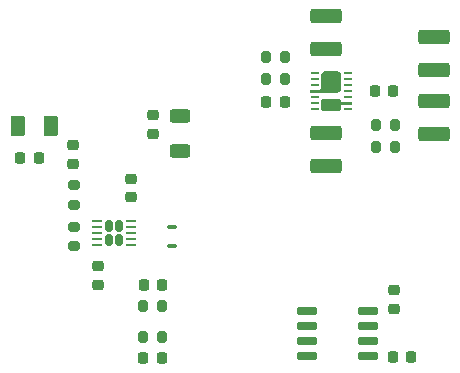
<source format=gbr>
G04 #@! TF.GenerationSoftware,KiCad,Pcbnew,(6.0.5)*
G04 #@! TF.CreationDate,2022-06-03T12:50:17+02:00*
G04 #@! TF.ProjectId,PDH_photodiode,5044485f-7068-46f7-946f-64696f64652e,1.3*
G04 #@! TF.SameCoordinates,Original*
G04 #@! TF.FileFunction,Paste,Top*
G04 #@! TF.FilePolarity,Positive*
%FSLAX45Y45*%
G04 Gerber Fmt 4.5, Leading zero omitted, Abs format (unit mm)*
G04 Created by KiCad (PCBNEW (6.0.5)) date 2022-06-03 12:50:17*
%MOMM*%
%LPD*%
G01*
G04 APERTURE LIST*
G04 Aperture macros list*
%AMRoundRect*
0 Rectangle with rounded corners*
0 $1 Rounding radius*
0 $2 $3 $4 $5 $6 $7 $8 $9 X,Y pos of 4 corners*
0 Add a 4 corners polygon primitive as box body*
4,1,4,$2,$3,$4,$5,$6,$7,$8,$9,$2,$3,0*
0 Add four circle primitives for the rounded corners*
1,1,$1+$1,$2,$3*
1,1,$1+$1,$4,$5*
1,1,$1+$1,$6,$7*
1,1,$1+$1,$8,$9*
0 Add four rect primitives between the rounded corners*
20,1,$1+$1,$2,$3,$4,$5,0*
20,1,$1+$1,$4,$5,$6,$7,0*
20,1,$1+$1,$6,$7,$8,$9,0*
20,1,$1+$1,$8,$9,$2,$3,0*%
%AMFreePoly0*
4,1,38,0.670671,0.870970,0.751777,0.816777,0.805970,0.735671,0.825000,0.640000,0.825000,-0.640000,0.805970,-0.735671,0.751777,-0.816777,0.670671,-0.870970,0.575000,-0.890000,-0.780000,-0.890000,-0.880000,-0.915000,-1.750000,-0.915000,-1.750000,-0.665000,-1.075500,-0.665000,-1.075436,-0.664844,-1.075387,-0.664683,-1.075364,-0.664671,-1.075354,-0.664646,-1.075199,-0.664582,-1.075050,-0.664502,
-1.025101,-0.659508,-0.977199,-0.644539,-0.935281,-0.621584,-0.897355,-0.590644,-0.866421,-0.551727,-0.844465,-0.510809,-0.830492,-0.463901,-0.825497,-0.414950,-0.825420,-0.414807,-0.825354,-0.414646,-0.825329,-0.414636,-0.825316,-0.414612,-0.825157,-0.414565,-0.825000,-0.414500,-0.825000,0.640000,-0.575000,0.890000,0.575000,0.890000,0.670671,0.870970,0.670671,0.870970,$1*%
%AMFreePoly1*
4,1,25,0.670671,0.515970,0.751777,0.461777,0.805970,0.380671,0.825000,0.285000,0.825000,0.270000,1.750000,0.270000,1.750000,0.020000,0.825000,0.020000,0.825000,-0.285000,0.805970,-0.380671,0.751777,-0.461777,0.670671,-0.515970,0.575000,-0.535000,-0.575000,-0.535000,-0.670671,-0.515970,-0.751777,-0.461777,-0.805970,-0.380671,-0.825000,-0.285000,-0.825000,0.285000,-0.805970,0.380671,
-0.751777,0.461777,-0.670671,0.515970,-0.575000,0.535000,0.575000,0.535000,0.670671,0.515970,0.670671,0.515970,$1*%
G04 Aperture macros list end*
%ADD10RoundRect,0.250000X1.075000X-0.375000X1.075000X0.375000X-1.075000X0.375000X-1.075000X-0.375000X0*%
%ADD11RoundRect,0.218750X-0.218750X-0.256250X0.218750X-0.256250X0.218750X0.256250X-0.218750X0.256250X0*%
%ADD12RoundRect,0.218750X-0.256250X0.218750X-0.256250X-0.218750X0.256250X-0.218750X0.256250X0.218750X0*%
%ADD13RoundRect,0.218750X0.256250X-0.218750X0.256250X0.218750X-0.256250X0.218750X-0.256250X-0.218750X0*%
%ADD14RoundRect,0.250000X-1.075000X0.375000X-1.075000X-0.375000X1.075000X-0.375000X1.075000X0.375000X0*%
%ADD15R,0.700000X0.250000*%
%ADD16FreePoly0,0.000000*%
%ADD17FreePoly1,0.000000*%
%ADD18RoundRect,0.250000X-0.375000X-0.625000X0.375000X-0.625000X0.375000X0.625000X-0.375000X0.625000X0*%
%ADD19RoundRect,0.225000X-0.225000X-0.250000X0.225000X-0.250000X0.225000X0.250000X-0.225000X0.250000X0*%
%ADD20RoundRect,0.225000X-0.250000X0.225000X-0.250000X-0.225000X0.250000X-0.225000X0.250000X0.225000X0*%
%ADD21RoundRect,0.200000X-0.200000X-0.275000X0.200000X-0.275000X0.200000X0.275000X-0.200000X0.275000X0*%
%ADD22RoundRect,0.200000X0.200000X0.275000X-0.200000X0.275000X-0.200000X-0.275000X0.200000X-0.275000X0*%
%ADD23RoundRect,0.200000X-0.275000X0.200000X-0.275000X-0.200000X0.275000X-0.200000X0.275000X0.200000X0*%
%ADD24RoundRect,0.249998X-0.625002X0.312502X-0.625002X-0.312502X0.625002X-0.312502X0.625002X0.312502X0*%
%ADD25RoundRect,0.167500X0.167500X0.312500X-0.167500X0.312500X-0.167500X-0.312500X0.167500X-0.312500X0*%
%ADD26RoundRect,0.062500X0.362500X0.062500X-0.362500X0.062500X-0.362500X-0.062500X0.362500X-0.062500X0*%
%ADD27RoundRect,0.225000X0.225000X0.250000X-0.225000X0.250000X-0.225000X-0.250000X0.225000X-0.250000X0*%
%ADD28RoundRect,0.100000X0.300000X-0.100000X0.300000X0.100000X-0.300000X0.100000X-0.300000X-0.100000X0*%
%ADD29RoundRect,0.150000X-0.725000X-0.150000X0.725000X-0.150000X0.725000X0.150000X-0.725000X0.150000X0*%
%ADD30RoundRect,0.225000X0.250000X-0.225000X0.250000X0.225000X-0.250000X0.225000X-0.250000X-0.225000X0*%
G04 APERTURE END LIST*
D10*
X13830000Y-6370000D03*
X13830000Y-6090000D03*
X13830000Y-7360000D03*
X13830000Y-7080000D03*
D11*
X12286250Y-8988400D03*
X12443750Y-8988400D03*
D12*
X12185000Y-7466250D03*
X12185000Y-7623750D03*
D13*
X11900000Y-8363750D03*
X11900000Y-8206250D03*
D14*
X14745000Y-6265000D03*
X14745000Y-6545000D03*
X14745000Y-6805000D03*
X14745000Y-7085000D03*
D15*
X13735000Y-6575000D03*
X13735000Y-6625000D03*
X13735000Y-6675000D03*
D16*
X13875000Y-6646000D03*
D15*
X13735000Y-6775000D03*
X13735000Y-6825000D03*
X13735000Y-6875000D03*
X14015000Y-6875000D03*
D17*
X13875000Y-6839500D03*
D15*
X14015000Y-6775000D03*
X14015000Y-6725000D03*
X14015000Y-6675000D03*
X14015000Y-6625000D03*
X14015000Y-6575000D03*
D11*
X14246250Y-6725000D03*
X14403750Y-6725000D03*
D18*
X11227500Y-7020000D03*
X11507500Y-7020000D03*
D19*
X11245000Y-7290000D03*
X11400000Y-7290000D03*
D20*
X12365000Y-6930000D03*
X12365000Y-7085000D03*
D21*
X12282500Y-8545000D03*
X12447500Y-8545000D03*
D22*
X13487500Y-6435000D03*
X13322500Y-6435000D03*
X14417500Y-7015000D03*
X14252500Y-7015000D03*
X14417500Y-7195000D03*
X14252500Y-7195000D03*
X12447500Y-8810600D03*
X12282500Y-8810600D03*
D23*
X11695000Y-7522500D03*
X11695000Y-7687500D03*
X11695000Y-7872500D03*
X11695000Y-8037500D03*
D24*
X12595000Y-6938750D03*
X12595000Y-7231250D03*
D25*
X11999000Y-7865500D03*
X11999000Y-7984500D03*
X12081000Y-7984500D03*
X12081000Y-7865500D03*
D26*
X12185000Y-8025000D03*
X12185000Y-7975000D03*
X12185000Y-7925000D03*
X12185000Y-7875000D03*
X12185000Y-7825000D03*
X11895000Y-7825000D03*
X11895000Y-7875000D03*
X11895000Y-7925000D03*
X11895000Y-7975000D03*
X11895000Y-8025000D03*
D11*
X13326250Y-6815000D03*
X13483750Y-6815000D03*
D22*
X13487500Y-6625000D03*
X13322500Y-6625000D03*
D27*
X12442500Y-8365000D03*
X12287500Y-8365000D03*
D28*
X12530000Y-8035000D03*
X12530000Y-7875000D03*
D20*
X14405000Y-8412500D03*
X14405000Y-8567500D03*
D27*
X14552500Y-8975000D03*
X14397500Y-8975000D03*
D29*
X13672500Y-8589500D03*
X13672500Y-8716500D03*
X13672500Y-8843500D03*
X13672500Y-8970500D03*
X14187500Y-8970500D03*
X14187500Y-8843500D03*
X14187500Y-8716500D03*
X14187500Y-8589500D03*
D30*
X11692200Y-7338700D03*
X11692200Y-7183700D03*
M02*

</source>
